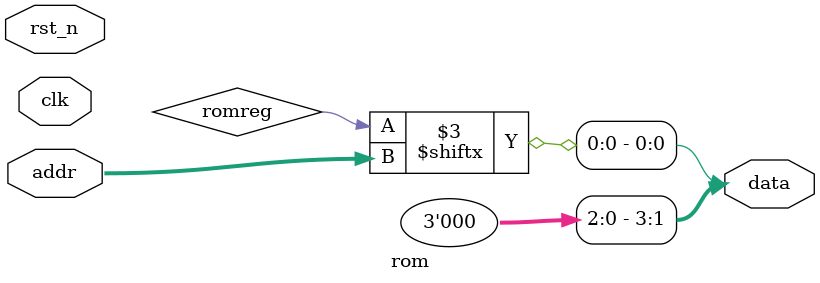
<source format=v>
`timescale 1ns/1ns
module rom(
	input clk,
	input rst_n,
	input [7:0]addr,
	
	output [3:0]data
);

reg [3:0] rom [7:0];

//4'd
always  @(posedge clk or negedge rst_n)begin
    if(rst_n==1'b0)begin
        rom[0] <= 0;
        rom[1] <= 2;
        rom[2] <= 4;
        rom[3] <= 6;
        rom[4] <= 8;
        rom[5] <= 10;
        rom[6] <= 12;
        rom[7] <= 14;
    end
end


assign data = romreg[addr];

endmodule
</source>
